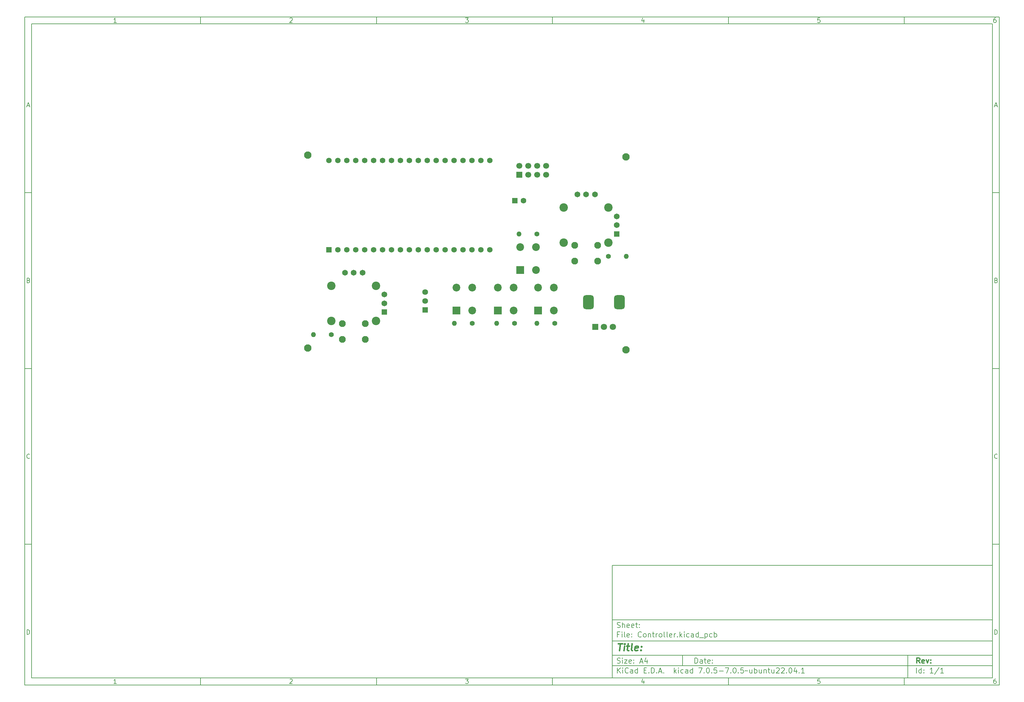
<source format=gbr>
%TF.GenerationSoftware,KiCad,Pcbnew,7.0.5-7.0.5~ubuntu22.04.1*%
%TF.CreationDate,2023-06-29T11:19:58+05:30*%
%TF.ProjectId,Controller,436f6e74-726f-46c6-9c65-722e6b696361,rev?*%
%TF.SameCoordinates,Original*%
%TF.FileFunction,Soldermask,Bot*%
%TF.FilePolarity,Negative*%
%FSLAX46Y46*%
G04 Gerber Fmt 4.6, Leading zero omitted, Abs format (unit mm)*
G04 Created by KiCad (PCBNEW 7.0.5-7.0.5~ubuntu22.04.1) date 2023-06-29 11:19:58*
%MOMM*%
%LPD*%
G01*
G04 APERTURE LIST*
G04 Aperture macros list*
%AMRoundRect*
0 Rectangle with rounded corners*
0 $1 Rounding radius*
0 $2 $3 $4 $5 $6 $7 $8 $9 X,Y pos of 4 corners*
0 Add a 4 corners polygon primitive as box body*
4,1,4,$2,$3,$4,$5,$6,$7,$8,$9,$2,$3,0*
0 Add four circle primitives for the rounded corners*
1,1,$1+$1,$2,$3*
1,1,$1+$1,$4,$5*
1,1,$1+$1,$6,$7*
1,1,$1+$1,$8,$9*
0 Add four rect primitives between the rounded corners*
20,1,$1+$1,$2,$3,$4,$5,0*
20,1,$1+$1,$4,$5,$6,$7,0*
20,1,$1+$1,$6,$7,$8,$9,0*
20,1,$1+$1,$8,$9,$2,$3,0*%
G04 Aperture macros list end*
%ADD10C,0.100000*%
%ADD11C,0.150000*%
%ADD12C,0.300000*%
%ADD13C,0.400000*%
%ADD14R,1.700000X1.700000*%
%ADD15C,1.700000*%
%ADD16C,2.100000*%
%ADD17R,2.200000X2.200000*%
%ADD18C,2.200000*%
%ADD19R,1.560000X1.560000*%
%ADD20C,1.560000*%
%ADD21C,1.950000*%
%ADD22C,2.400000*%
%ADD23R,1.650000X1.650000*%
%ADD24C,1.650000*%
%ADD25C,1.400000*%
%ADD26O,1.400000X1.400000*%
%ADD27R,1.800000X1.800000*%
%ADD28C,1.800000*%
%ADD29RoundRect,0.750000X0.750000X-1.250000X0.750000X1.250000X-0.750000X1.250000X-0.750000X-1.250000X0*%
%ADD30R,1.600000X1.600000*%
%ADD31C,1.600000*%
%ADD32R,1.635000X1.635000*%
%ADD33C,1.635000*%
G04 APERTURE END LIST*
D10*
D11*
X177002200Y-166007200D02*
X285002200Y-166007200D01*
X285002200Y-198007200D01*
X177002200Y-198007200D01*
X177002200Y-166007200D01*
D10*
D11*
X10000000Y-10000000D02*
X287002200Y-10000000D01*
X287002200Y-200007200D01*
X10000000Y-200007200D01*
X10000000Y-10000000D01*
D10*
D11*
X12000000Y-12000000D02*
X285002200Y-12000000D01*
X285002200Y-198007200D01*
X12000000Y-198007200D01*
X12000000Y-12000000D01*
D10*
D11*
X60000000Y-12000000D02*
X60000000Y-10000000D01*
D10*
D11*
X110000000Y-12000000D02*
X110000000Y-10000000D01*
D10*
D11*
X160000000Y-12000000D02*
X160000000Y-10000000D01*
D10*
D11*
X210000000Y-12000000D02*
X210000000Y-10000000D01*
D10*
D11*
X260000000Y-12000000D02*
X260000000Y-10000000D01*
D10*
D11*
X36089160Y-11593604D02*
X35346303Y-11593604D01*
X35717731Y-11593604D02*
X35717731Y-10293604D01*
X35717731Y-10293604D02*
X35593922Y-10479319D01*
X35593922Y-10479319D02*
X35470112Y-10603128D01*
X35470112Y-10603128D02*
X35346303Y-10665033D01*
D10*
D11*
X85346303Y-10417414D02*
X85408207Y-10355509D01*
X85408207Y-10355509D02*
X85532017Y-10293604D01*
X85532017Y-10293604D02*
X85841541Y-10293604D01*
X85841541Y-10293604D02*
X85965350Y-10355509D01*
X85965350Y-10355509D02*
X86027255Y-10417414D01*
X86027255Y-10417414D02*
X86089160Y-10541223D01*
X86089160Y-10541223D02*
X86089160Y-10665033D01*
X86089160Y-10665033D02*
X86027255Y-10850747D01*
X86027255Y-10850747D02*
X85284398Y-11593604D01*
X85284398Y-11593604D02*
X86089160Y-11593604D01*
D10*
D11*
X135284398Y-10293604D02*
X136089160Y-10293604D01*
X136089160Y-10293604D02*
X135655826Y-10788842D01*
X135655826Y-10788842D02*
X135841541Y-10788842D01*
X135841541Y-10788842D02*
X135965350Y-10850747D01*
X135965350Y-10850747D02*
X136027255Y-10912652D01*
X136027255Y-10912652D02*
X136089160Y-11036461D01*
X136089160Y-11036461D02*
X136089160Y-11345985D01*
X136089160Y-11345985D02*
X136027255Y-11469795D01*
X136027255Y-11469795D02*
X135965350Y-11531700D01*
X135965350Y-11531700D02*
X135841541Y-11593604D01*
X135841541Y-11593604D02*
X135470112Y-11593604D01*
X135470112Y-11593604D02*
X135346303Y-11531700D01*
X135346303Y-11531700D02*
X135284398Y-11469795D01*
D10*
D11*
X185965350Y-10726938D02*
X185965350Y-11593604D01*
X185655826Y-10231700D02*
X185346303Y-11160271D01*
X185346303Y-11160271D02*
X186151064Y-11160271D01*
D10*
D11*
X236027255Y-10293604D02*
X235408207Y-10293604D01*
X235408207Y-10293604D02*
X235346303Y-10912652D01*
X235346303Y-10912652D02*
X235408207Y-10850747D01*
X235408207Y-10850747D02*
X235532017Y-10788842D01*
X235532017Y-10788842D02*
X235841541Y-10788842D01*
X235841541Y-10788842D02*
X235965350Y-10850747D01*
X235965350Y-10850747D02*
X236027255Y-10912652D01*
X236027255Y-10912652D02*
X236089160Y-11036461D01*
X236089160Y-11036461D02*
X236089160Y-11345985D01*
X236089160Y-11345985D02*
X236027255Y-11469795D01*
X236027255Y-11469795D02*
X235965350Y-11531700D01*
X235965350Y-11531700D02*
X235841541Y-11593604D01*
X235841541Y-11593604D02*
X235532017Y-11593604D01*
X235532017Y-11593604D02*
X235408207Y-11531700D01*
X235408207Y-11531700D02*
X235346303Y-11469795D01*
D10*
D11*
X285965350Y-10293604D02*
X285717731Y-10293604D01*
X285717731Y-10293604D02*
X285593922Y-10355509D01*
X285593922Y-10355509D02*
X285532017Y-10417414D01*
X285532017Y-10417414D02*
X285408207Y-10603128D01*
X285408207Y-10603128D02*
X285346303Y-10850747D01*
X285346303Y-10850747D02*
X285346303Y-11345985D01*
X285346303Y-11345985D02*
X285408207Y-11469795D01*
X285408207Y-11469795D02*
X285470112Y-11531700D01*
X285470112Y-11531700D02*
X285593922Y-11593604D01*
X285593922Y-11593604D02*
X285841541Y-11593604D01*
X285841541Y-11593604D02*
X285965350Y-11531700D01*
X285965350Y-11531700D02*
X286027255Y-11469795D01*
X286027255Y-11469795D02*
X286089160Y-11345985D01*
X286089160Y-11345985D02*
X286089160Y-11036461D01*
X286089160Y-11036461D02*
X286027255Y-10912652D01*
X286027255Y-10912652D02*
X285965350Y-10850747D01*
X285965350Y-10850747D02*
X285841541Y-10788842D01*
X285841541Y-10788842D02*
X285593922Y-10788842D01*
X285593922Y-10788842D02*
X285470112Y-10850747D01*
X285470112Y-10850747D02*
X285408207Y-10912652D01*
X285408207Y-10912652D02*
X285346303Y-11036461D01*
D10*
D11*
X60000000Y-198007200D02*
X60000000Y-200007200D01*
D10*
D11*
X110000000Y-198007200D02*
X110000000Y-200007200D01*
D10*
D11*
X160000000Y-198007200D02*
X160000000Y-200007200D01*
D10*
D11*
X210000000Y-198007200D02*
X210000000Y-200007200D01*
D10*
D11*
X260000000Y-198007200D02*
X260000000Y-200007200D01*
D10*
D11*
X36089160Y-199600804D02*
X35346303Y-199600804D01*
X35717731Y-199600804D02*
X35717731Y-198300804D01*
X35717731Y-198300804D02*
X35593922Y-198486519D01*
X35593922Y-198486519D02*
X35470112Y-198610328D01*
X35470112Y-198610328D02*
X35346303Y-198672233D01*
D10*
D11*
X85346303Y-198424614D02*
X85408207Y-198362709D01*
X85408207Y-198362709D02*
X85532017Y-198300804D01*
X85532017Y-198300804D02*
X85841541Y-198300804D01*
X85841541Y-198300804D02*
X85965350Y-198362709D01*
X85965350Y-198362709D02*
X86027255Y-198424614D01*
X86027255Y-198424614D02*
X86089160Y-198548423D01*
X86089160Y-198548423D02*
X86089160Y-198672233D01*
X86089160Y-198672233D02*
X86027255Y-198857947D01*
X86027255Y-198857947D02*
X85284398Y-199600804D01*
X85284398Y-199600804D02*
X86089160Y-199600804D01*
D10*
D11*
X135284398Y-198300804D02*
X136089160Y-198300804D01*
X136089160Y-198300804D02*
X135655826Y-198796042D01*
X135655826Y-198796042D02*
X135841541Y-198796042D01*
X135841541Y-198796042D02*
X135965350Y-198857947D01*
X135965350Y-198857947D02*
X136027255Y-198919852D01*
X136027255Y-198919852D02*
X136089160Y-199043661D01*
X136089160Y-199043661D02*
X136089160Y-199353185D01*
X136089160Y-199353185D02*
X136027255Y-199476995D01*
X136027255Y-199476995D02*
X135965350Y-199538900D01*
X135965350Y-199538900D02*
X135841541Y-199600804D01*
X135841541Y-199600804D02*
X135470112Y-199600804D01*
X135470112Y-199600804D02*
X135346303Y-199538900D01*
X135346303Y-199538900D02*
X135284398Y-199476995D01*
D10*
D11*
X185965350Y-198734138D02*
X185965350Y-199600804D01*
X185655826Y-198238900D02*
X185346303Y-199167471D01*
X185346303Y-199167471D02*
X186151064Y-199167471D01*
D10*
D11*
X236027255Y-198300804D02*
X235408207Y-198300804D01*
X235408207Y-198300804D02*
X235346303Y-198919852D01*
X235346303Y-198919852D02*
X235408207Y-198857947D01*
X235408207Y-198857947D02*
X235532017Y-198796042D01*
X235532017Y-198796042D02*
X235841541Y-198796042D01*
X235841541Y-198796042D02*
X235965350Y-198857947D01*
X235965350Y-198857947D02*
X236027255Y-198919852D01*
X236027255Y-198919852D02*
X236089160Y-199043661D01*
X236089160Y-199043661D02*
X236089160Y-199353185D01*
X236089160Y-199353185D02*
X236027255Y-199476995D01*
X236027255Y-199476995D02*
X235965350Y-199538900D01*
X235965350Y-199538900D02*
X235841541Y-199600804D01*
X235841541Y-199600804D02*
X235532017Y-199600804D01*
X235532017Y-199600804D02*
X235408207Y-199538900D01*
X235408207Y-199538900D02*
X235346303Y-199476995D01*
D10*
D11*
X285965350Y-198300804D02*
X285717731Y-198300804D01*
X285717731Y-198300804D02*
X285593922Y-198362709D01*
X285593922Y-198362709D02*
X285532017Y-198424614D01*
X285532017Y-198424614D02*
X285408207Y-198610328D01*
X285408207Y-198610328D02*
X285346303Y-198857947D01*
X285346303Y-198857947D02*
X285346303Y-199353185D01*
X285346303Y-199353185D02*
X285408207Y-199476995D01*
X285408207Y-199476995D02*
X285470112Y-199538900D01*
X285470112Y-199538900D02*
X285593922Y-199600804D01*
X285593922Y-199600804D02*
X285841541Y-199600804D01*
X285841541Y-199600804D02*
X285965350Y-199538900D01*
X285965350Y-199538900D02*
X286027255Y-199476995D01*
X286027255Y-199476995D02*
X286089160Y-199353185D01*
X286089160Y-199353185D02*
X286089160Y-199043661D01*
X286089160Y-199043661D02*
X286027255Y-198919852D01*
X286027255Y-198919852D02*
X285965350Y-198857947D01*
X285965350Y-198857947D02*
X285841541Y-198796042D01*
X285841541Y-198796042D02*
X285593922Y-198796042D01*
X285593922Y-198796042D02*
X285470112Y-198857947D01*
X285470112Y-198857947D02*
X285408207Y-198919852D01*
X285408207Y-198919852D02*
X285346303Y-199043661D01*
D10*
D11*
X10000000Y-60000000D02*
X12000000Y-60000000D01*
D10*
D11*
X10000000Y-110000000D02*
X12000000Y-110000000D01*
D10*
D11*
X10000000Y-160000000D02*
X12000000Y-160000000D01*
D10*
D11*
X10690476Y-35222176D02*
X11309523Y-35222176D01*
X10566666Y-35593604D02*
X10999999Y-34293604D01*
X10999999Y-34293604D02*
X11433333Y-35593604D01*
D10*
D11*
X11092857Y-84912652D02*
X11278571Y-84974557D01*
X11278571Y-84974557D02*
X11340476Y-85036461D01*
X11340476Y-85036461D02*
X11402380Y-85160271D01*
X11402380Y-85160271D02*
X11402380Y-85345985D01*
X11402380Y-85345985D02*
X11340476Y-85469795D01*
X11340476Y-85469795D02*
X11278571Y-85531700D01*
X11278571Y-85531700D02*
X11154761Y-85593604D01*
X11154761Y-85593604D02*
X10659523Y-85593604D01*
X10659523Y-85593604D02*
X10659523Y-84293604D01*
X10659523Y-84293604D02*
X11092857Y-84293604D01*
X11092857Y-84293604D02*
X11216666Y-84355509D01*
X11216666Y-84355509D02*
X11278571Y-84417414D01*
X11278571Y-84417414D02*
X11340476Y-84541223D01*
X11340476Y-84541223D02*
X11340476Y-84665033D01*
X11340476Y-84665033D02*
X11278571Y-84788842D01*
X11278571Y-84788842D02*
X11216666Y-84850747D01*
X11216666Y-84850747D02*
X11092857Y-84912652D01*
X11092857Y-84912652D02*
X10659523Y-84912652D01*
D10*
D11*
X11402380Y-135469795D02*
X11340476Y-135531700D01*
X11340476Y-135531700D02*
X11154761Y-135593604D01*
X11154761Y-135593604D02*
X11030952Y-135593604D01*
X11030952Y-135593604D02*
X10845238Y-135531700D01*
X10845238Y-135531700D02*
X10721428Y-135407890D01*
X10721428Y-135407890D02*
X10659523Y-135284080D01*
X10659523Y-135284080D02*
X10597619Y-135036461D01*
X10597619Y-135036461D02*
X10597619Y-134850747D01*
X10597619Y-134850747D02*
X10659523Y-134603128D01*
X10659523Y-134603128D02*
X10721428Y-134479319D01*
X10721428Y-134479319D02*
X10845238Y-134355509D01*
X10845238Y-134355509D02*
X11030952Y-134293604D01*
X11030952Y-134293604D02*
X11154761Y-134293604D01*
X11154761Y-134293604D02*
X11340476Y-134355509D01*
X11340476Y-134355509D02*
X11402380Y-134417414D01*
D10*
D11*
X10659523Y-185593604D02*
X10659523Y-184293604D01*
X10659523Y-184293604D02*
X10969047Y-184293604D01*
X10969047Y-184293604D02*
X11154761Y-184355509D01*
X11154761Y-184355509D02*
X11278571Y-184479319D01*
X11278571Y-184479319D02*
X11340476Y-184603128D01*
X11340476Y-184603128D02*
X11402380Y-184850747D01*
X11402380Y-184850747D02*
X11402380Y-185036461D01*
X11402380Y-185036461D02*
X11340476Y-185284080D01*
X11340476Y-185284080D02*
X11278571Y-185407890D01*
X11278571Y-185407890D02*
X11154761Y-185531700D01*
X11154761Y-185531700D02*
X10969047Y-185593604D01*
X10969047Y-185593604D02*
X10659523Y-185593604D01*
D10*
D11*
X287002200Y-60000000D02*
X285002200Y-60000000D01*
D10*
D11*
X287002200Y-110000000D02*
X285002200Y-110000000D01*
D10*
D11*
X287002200Y-160000000D02*
X285002200Y-160000000D01*
D10*
D11*
X285692676Y-35222176D02*
X286311723Y-35222176D01*
X285568866Y-35593604D02*
X286002199Y-34293604D01*
X286002199Y-34293604D02*
X286435533Y-35593604D01*
D10*
D11*
X286095057Y-84912652D02*
X286280771Y-84974557D01*
X286280771Y-84974557D02*
X286342676Y-85036461D01*
X286342676Y-85036461D02*
X286404580Y-85160271D01*
X286404580Y-85160271D02*
X286404580Y-85345985D01*
X286404580Y-85345985D02*
X286342676Y-85469795D01*
X286342676Y-85469795D02*
X286280771Y-85531700D01*
X286280771Y-85531700D02*
X286156961Y-85593604D01*
X286156961Y-85593604D02*
X285661723Y-85593604D01*
X285661723Y-85593604D02*
X285661723Y-84293604D01*
X285661723Y-84293604D02*
X286095057Y-84293604D01*
X286095057Y-84293604D02*
X286218866Y-84355509D01*
X286218866Y-84355509D02*
X286280771Y-84417414D01*
X286280771Y-84417414D02*
X286342676Y-84541223D01*
X286342676Y-84541223D02*
X286342676Y-84665033D01*
X286342676Y-84665033D02*
X286280771Y-84788842D01*
X286280771Y-84788842D02*
X286218866Y-84850747D01*
X286218866Y-84850747D02*
X286095057Y-84912652D01*
X286095057Y-84912652D02*
X285661723Y-84912652D01*
D10*
D11*
X286404580Y-135469795D02*
X286342676Y-135531700D01*
X286342676Y-135531700D02*
X286156961Y-135593604D01*
X286156961Y-135593604D02*
X286033152Y-135593604D01*
X286033152Y-135593604D02*
X285847438Y-135531700D01*
X285847438Y-135531700D02*
X285723628Y-135407890D01*
X285723628Y-135407890D02*
X285661723Y-135284080D01*
X285661723Y-135284080D02*
X285599819Y-135036461D01*
X285599819Y-135036461D02*
X285599819Y-134850747D01*
X285599819Y-134850747D02*
X285661723Y-134603128D01*
X285661723Y-134603128D02*
X285723628Y-134479319D01*
X285723628Y-134479319D02*
X285847438Y-134355509D01*
X285847438Y-134355509D02*
X286033152Y-134293604D01*
X286033152Y-134293604D02*
X286156961Y-134293604D01*
X286156961Y-134293604D02*
X286342676Y-134355509D01*
X286342676Y-134355509D02*
X286404580Y-134417414D01*
D10*
D11*
X285661723Y-185593604D02*
X285661723Y-184293604D01*
X285661723Y-184293604D02*
X285971247Y-184293604D01*
X285971247Y-184293604D02*
X286156961Y-184355509D01*
X286156961Y-184355509D02*
X286280771Y-184479319D01*
X286280771Y-184479319D02*
X286342676Y-184603128D01*
X286342676Y-184603128D02*
X286404580Y-184850747D01*
X286404580Y-184850747D02*
X286404580Y-185036461D01*
X286404580Y-185036461D02*
X286342676Y-185284080D01*
X286342676Y-185284080D02*
X286280771Y-185407890D01*
X286280771Y-185407890D02*
X286156961Y-185531700D01*
X286156961Y-185531700D02*
X285971247Y-185593604D01*
X285971247Y-185593604D02*
X285661723Y-185593604D01*
D10*
D11*
X200458026Y-193793328D02*
X200458026Y-192293328D01*
X200458026Y-192293328D02*
X200815169Y-192293328D01*
X200815169Y-192293328D02*
X201029455Y-192364757D01*
X201029455Y-192364757D02*
X201172312Y-192507614D01*
X201172312Y-192507614D02*
X201243741Y-192650471D01*
X201243741Y-192650471D02*
X201315169Y-192936185D01*
X201315169Y-192936185D02*
X201315169Y-193150471D01*
X201315169Y-193150471D02*
X201243741Y-193436185D01*
X201243741Y-193436185D02*
X201172312Y-193579042D01*
X201172312Y-193579042D02*
X201029455Y-193721900D01*
X201029455Y-193721900D02*
X200815169Y-193793328D01*
X200815169Y-193793328D02*
X200458026Y-193793328D01*
X202600884Y-193793328D02*
X202600884Y-193007614D01*
X202600884Y-193007614D02*
X202529455Y-192864757D01*
X202529455Y-192864757D02*
X202386598Y-192793328D01*
X202386598Y-192793328D02*
X202100884Y-192793328D01*
X202100884Y-192793328D02*
X201958026Y-192864757D01*
X202600884Y-193721900D02*
X202458026Y-193793328D01*
X202458026Y-193793328D02*
X202100884Y-193793328D01*
X202100884Y-193793328D02*
X201958026Y-193721900D01*
X201958026Y-193721900D02*
X201886598Y-193579042D01*
X201886598Y-193579042D02*
X201886598Y-193436185D01*
X201886598Y-193436185D02*
X201958026Y-193293328D01*
X201958026Y-193293328D02*
X202100884Y-193221900D01*
X202100884Y-193221900D02*
X202458026Y-193221900D01*
X202458026Y-193221900D02*
X202600884Y-193150471D01*
X203100884Y-192793328D02*
X203672312Y-192793328D01*
X203315169Y-192293328D02*
X203315169Y-193579042D01*
X203315169Y-193579042D02*
X203386598Y-193721900D01*
X203386598Y-193721900D02*
X203529455Y-193793328D01*
X203529455Y-193793328D02*
X203672312Y-193793328D01*
X204743741Y-193721900D02*
X204600884Y-193793328D01*
X204600884Y-193793328D02*
X204315170Y-193793328D01*
X204315170Y-193793328D02*
X204172312Y-193721900D01*
X204172312Y-193721900D02*
X204100884Y-193579042D01*
X204100884Y-193579042D02*
X204100884Y-193007614D01*
X204100884Y-193007614D02*
X204172312Y-192864757D01*
X204172312Y-192864757D02*
X204315170Y-192793328D01*
X204315170Y-192793328D02*
X204600884Y-192793328D01*
X204600884Y-192793328D02*
X204743741Y-192864757D01*
X204743741Y-192864757D02*
X204815170Y-193007614D01*
X204815170Y-193007614D02*
X204815170Y-193150471D01*
X204815170Y-193150471D02*
X204100884Y-193293328D01*
X205458026Y-193650471D02*
X205529455Y-193721900D01*
X205529455Y-193721900D02*
X205458026Y-193793328D01*
X205458026Y-193793328D02*
X205386598Y-193721900D01*
X205386598Y-193721900D02*
X205458026Y-193650471D01*
X205458026Y-193650471D02*
X205458026Y-193793328D01*
X205458026Y-192864757D02*
X205529455Y-192936185D01*
X205529455Y-192936185D02*
X205458026Y-193007614D01*
X205458026Y-193007614D02*
X205386598Y-192936185D01*
X205386598Y-192936185D02*
X205458026Y-192864757D01*
X205458026Y-192864757D02*
X205458026Y-193007614D01*
D10*
D11*
X177002200Y-194507200D02*
X285002200Y-194507200D01*
D10*
D11*
X178458026Y-196593328D02*
X178458026Y-195093328D01*
X179315169Y-196593328D02*
X178672312Y-195736185D01*
X179315169Y-195093328D02*
X178458026Y-195950471D01*
X179958026Y-196593328D02*
X179958026Y-195593328D01*
X179958026Y-195093328D02*
X179886598Y-195164757D01*
X179886598Y-195164757D02*
X179958026Y-195236185D01*
X179958026Y-195236185D02*
X180029455Y-195164757D01*
X180029455Y-195164757D02*
X179958026Y-195093328D01*
X179958026Y-195093328D02*
X179958026Y-195236185D01*
X181529455Y-196450471D02*
X181458027Y-196521900D01*
X181458027Y-196521900D02*
X181243741Y-196593328D01*
X181243741Y-196593328D02*
X181100884Y-196593328D01*
X181100884Y-196593328D02*
X180886598Y-196521900D01*
X180886598Y-196521900D02*
X180743741Y-196379042D01*
X180743741Y-196379042D02*
X180672312Y-196236185D01*
X180672312Y-196236185D02*
X180600884Y-195950471D01*
X180600884Y-195950471D02*
X180600884Y-195736185D01*
X180600884Y-195736185D02*
X180672312Y-195450471D01*
X180672312Y-195450471D02*
X180743741Y-195307614D01*
X180743741Y-195307614D02*
X180886598Y-195164757D01*
X180886598Y-195164757D02*
X181100884Y-195093328D01*
X181100884Y-195093328D02*
X181243741Y-195093328D01*
X181243741Y-195093328D02*
X181458027Y-195164757D01*
X181458027Y-195164757D02*
X181529455Y-195236185D01*
X182815170Y-196593328D02*
X182815170Y-195807614D01*
X182815170Y-195807614D02*
X182743741Y-195664757D01*
X182743741Y-195664757D02*
X182600884Y-195593328D01*
X182600884Y-195593328D02*
X182315170Y-195593328D01*
X182315170Y-195593328D02*
X182172312Y-195664757D01*
X182815170Y-196521900D02*
X182672312Y-196593328D01*
X182672312Y-196593328D02*
X182315170Y-196593328D01*
X182315170Y-196593328D02*
X182172312Y-196521900D01*
X182172312Y-196521900D02*
X182100884Y-196379042D01*
X182100884Y-196379042D02*
X182100884Y-196236185D01*
X182100884Y-196236185D02*
X182172312Y-196093328D01*
X182172312Y-196093328D02*
X182315170Y-196021900D01*
X182315170Y-196021900D02*
X182672312Y-196021900D01*
X182672312Y-196021900D02*
X182815170Y-195950471D01*
X184172313Y-196593328D02*
X184172313Y-195093328D01*
X184172313Y-196521900D02*
X184029455Y-196593328D01*
X184029455Y-196593328D02*
X183743741Y-196593328D01*
X183743741Y-196593328D02*
X183600884Y-196521900D01*
X183600884Y-196521900D02*
X183529455Y-196450471D01*
X183529455Y-196450471D02*
X183458027Y-196307614D01*
X183458027Y-196307614D02*
X183458027Y-195879042D01*
X183458027Y-195879042D02*
X183529455Y-195736185D01*
X183529455Y-195736185D02*
X183600884Y-195664757D01*
X183600884Y-195664757D02*
X183743741Y-195593328D01*
X183743741Y-195593328D02*
X184029455Y-195593328D01*
X184029455Y-195593328D02*
X184172313Y-195664757D01*
X186029455Y-195807614D02*
X186529455Y-195807614D01*
X186743741Y-196593328D02*
X186029455Y-196593328D01*
X186029455Y-196593328D02*
X186029455Y-195093328D01*
X186029455Y-195093328D02*
X186743741Y-195093328D01*
X187386598Y-196450471D02*
X187458027Y-196521900D01*
X187458027Y-196521900D02*
X187386598Y-196593328D01*
X187386598Y-196593328D02*
X187315170Y-196521900D01*
X187315170Y-196521900D02*
X187386598Y-196450471D01*
X187386598Y-196450471D02*
X187386598Y-196593328D01*
X188100884Y-196593328D02*
X188100884Y-195093328D01*
X188100884Y-195093328D02*
X188458027Y-195093328D01*
X188458027Y-195093328D02*
X188672313Y-195164757D01*
X188672313Y-195164757D02*
X188815170Y-195307614D01*
X188815170Y-195307614D02*
X188886599Y-195450471D01*
X188886599Y-195450471D02*
X188958027Y-195736185D01*
X188958027Y-195736185D02*
X188958027Y-195950471D01*
X188958027Y-195950471D02*
X188886599Y-196236185D01*
X188886599Y-196236185D02*
X188815170Y-196379042D01*
X188815170Y-196379042D02*
X188672313Y-196521900D01*
X188672313Y-196521900D02*
X188458027Y-196593328D01*
X188458027Y-196593328D02*
X188100884Y-196593328D01*
X189600884Y-196450471D02*
X189672313Y-196521900D01*
X189672313Y-196521900D02*
X189600884Y-196593328D01*
X189600884Y-196593328D02*
X189529456Y-196521900D01*
X189529456Y-196521900D02*
X189600884Y-196450471D01*
X189600884Y-196450471D02*
X189600884Y-196593328D01*
X190243742Y-196164757D02*
X190958028Y-196164757D01*
X190100885Y-196593328D02*
X190600885Y-195093328D01*
X190600885Y-195093328D02*
X191100885Y-196593328D01*
X191600884Y-196450471D02*
X191672313Y-196521900D01*
X191672313Y-196521900D02*
X191600884Y-196593328D01*
X191600884Y-196593328D02*
X191529456Y-196521900D01*
X191529456Y-196521900D02*
X191600884Y-196450471D01*
X191600884Y-196450471D02*
X191600884Y-196593328D01*
X194600884Y-196593328D02*
X194600884Y-195093328D01*
X194743742Y-196021900D02*
X195172313Y-196593328D01*
X195172313Y-195593328D02*
X194600884Y-196164757D01*
X195815170Y-196593328D02*
X195815170Y-195593328D01*
X195815170Y-195093328D02*
X195743742Y-195164757D01*
X195743742Y-195164757D02*
X195815170Y-195236185D01*
X195815170Y-195236185D02*
X195886599Y-195164757D01*
X195886599Y-195164757D02*
X195815170Y-195093328D01*
X195815170Y-195093328D02*
X195815170Y-195236185D01*
X197172314Y-196521900D02*
X197029456Y-196593328D01*
X197029456Y-196593328D02*
X196743742Y-196593328D01*
X196743742Y-196593328D02*
X196600885Y-196521900D01*
X196600885Y-196521900D02*
X196529456Y-196450471D01*
X196529456Y-196450471D02*
X196458028Y-196307614D01*
X196458028Y-196307614D02*
X196458028Y-195879042D01*
X196458028Y-195879042D02*
X196529456Y-195736185D01*
X196529456Y-195736185D02*
X196600885Y-195664757D01*
X196600885Y-195664757D02*
X196743742Y-195593328D01*
X196743742Y-195593328D02*
X197029456Y-195593328D01*
X197029456Y-195593328D02*
X197172314Y-195664757D01*
X198458028Y-196593328D02*
X198458028Y-195807614D01*
X198458028Y-195807614D02*
X198386599Y-195664757D01*
X198386599Y-195664757D02*
X198243742Y-195593328D01*
X198243742Y-195593328D02*
X197958028Y-195593328D01*
X197958028Y-195593328D02*
X197815170Y-195664757D01*
X198458028Y-196521900D02*
X198315170Y-196593328D01*
X198315170Y-196593328D02*
X197958028Y-196593328D01*
X197958028Y-196593328D02*
X197815170Y-196521900D01*
X197815170Y-196521900D02*
X197743742Y-196379042D01*
X197743742Y-196379042D02*
X197743742Y-196236185D01*
X197743742Y-196236185D02*
X197815170Y-196093328D01*
X197815170Y-196093328D02*
X197958028Y-196021900D01*
X197958028Y-196021900D02*
X198315170Y-196021900D01*
X198315170Y-196021900D02*
X198458028Y-195950471D01*
X199815171Y-196593328D02*
X199815171Y-195093328D01*
X199815171Y-196521900D02*
X199672313Y-196593328D01*
X199672313Y-196593328D02*
X199386599Y-196593328D01*
X199386599Y-196593328D02*
X199243742Y-196521900D01*
X199243742Y-196521900D02*
X199172313Y-196450471D01*
X199172313Y-196450471D02*
X199100885Y-196307614D01*
X199100885Y-196307614D02*
X199100885Y-195879042D01*
X199100885Y-195879042D02*
X199172313Y-195736185D01*
X199172313Y-195736185D02*
X199243742Y-195664757D01*
X199243742Y-195664757D02*
X199386599Y-195593328D01*
X199386599Y-195593328D02*
X199672313Y-195593328D01*
X199672313Y-195593328D02*
X199815171Y-195664757D01*
X201529456Y-195093328D02*
X202529456Y-195093328D01*
X202529456Y-195093328D02*
X201886599Y-196593328D01*
X203100884Y-196450471D02*
X203172313Y-196521900D01*
X203172313Y-196521900D02*
X203100884Y-196593328D01*
X203100884Y-196593328D02*
X203029456Y-196521900D01*
X203029456Y-196521900D02*
X203100884Y-196450471D01*
X203100884Y-196450471D02*
X203100884Y-196593328D01*
X204100885Y-195093328D02*
X204243742Y-195093328D01*
X204243742Y-195093328D02*
X204386599Y-195164757D01*
X204386599Y-195164757D02*
X204458028Y-195236185D01*
X204458028Y-195236185D02*
X204529456Y-195379042D01*
X204529456Y-195379042D02*
X204600885Y-195664757D01*
X204600885Y-195664757D02*
X204600885Y-196021900D01*
X204600885Y-196021900D02*
X204529456Y-196307614D01*
X204529456Y-196307614D02*
X204458028Y-196450471D01*
X204458028Y-196450471D02*
X204386599Y-196521900D01*
X204386599Y-196521900D02*
X204243742Y-196593328D01*
X204243742Y-196593328D02*
X204100885Y-196593328D01*
X204100885Y-196593328D02*
X203958028Y-196521900D01*
X203958028Y-196521900D02*
X203886599Y-196450471D01*
X203886599Y-196450471D02*
X203815170Y-196307614D01*
X203815170Y-196307614D02*
X203743742Y-196021900D01*
X203743742Y-196021900D02*
X203743742Y-195664757D01*
X203743742Y-195664757D02*
X203815170Y-195379042D01*
X203815170Y-195379042D02*
X203886599Y-195236185D01*
X203886599Y-195236185D02*
X203958028Y-195164757D01*
X203958028Y-195164757D02*
X204100885Y-195093328D01*
X205243741Y-196450471D02*
X205315170Y-196521900D01*
X205315170Y-196521900D02*
X205243741Y-196593328D01*
X205243741Y-196593328D02*
X205172313Y-196521900D01*
X205172313Y-196521900D02*
X205243741Y-196450471D01*
X205243741Y-196450471D02*
X205243741Y-196593328D01*
X206672313Y-195093328D02*
X205958027Y-195093328D01*
X205958027Y-195093328D02*
X205886599Y-195807614D01*
X205886599Y-195807614D02*
X205958027Y-195736185D01*
X205958027Y-195736185D02*
X206100885Y-195664757D01*
X206100885Y-195664757D02*
X206458027Y-195664757D01*
X206458027Y-195664757D02*
X206600885Y-195736185D01*
X206600885Y-195736185D02*
X206672313Y-195807614D01*
X206672313Y-195807614D02*
X206743742Y-195950471D01*
X206743742Y-195950471D02*
X206743742Y-196307614D01*
X206743742Y-196307614D02*
X206672313Y-196450471D01*
X206672313Y-196450471D02*
X206600885Y-196521900D01*
X206600885Y-196521900D02*
X206458027Y-196593328D01*
X206458027Y-196593328D02*
X206100885Y-196593328D01*
X206100885Y-196593328D02*
X205958027Y-196521900D01*
X205958027Y-196521900D02*
X205886599Y-196450471D01*
X207386598Y-196021900D02*
X208529456Y-196021900D01*
X209100884Y-195093328D02*
X210100884Y-195093328D01*
X210100884Y-195093328D02*
X209458027Y-196593328D01*
X210672312Y-196450471D02*
X210743741Y-196521900D01*
X210743741Y-196521900D02*
X210672312Y-196593328D01*
X210672312Y-196593328D02*
X210600884Y-196521900D01*
X210600884Y-196521900D02*
X210672312Y-196450471D01*
X210672312Y-196450471D02*
X210672312Y-196593328D01*
X211672313Y-195093328D02*
X211815170Y-195093328D01*
X211815170Y-195093328D02*
X211958027Y-195164757D01*
X211958027Y-195164757D02*
X212029456Y-195236185D01*
X212029456Y-195236185D02*
X212100884Y-195379042D01*
X212100884Y-195379042D02*
X212172313Y-195664757D01*
X212172313Y-195664757D02*
X212172313Y-196021900D01*
X212172313Y-196021900D02*
X212100884Y-196307614D01*
X212100884Y-196307614D02*
X212029456Y-196450471D01*
X212029456Y-196450471D02*
X211958027Y-196521900D01*
X211958027Y-196521900D02*
X211815170Y-196593328D01*
X211815170Y-196593328D02*
X211672313Y-196593328D01*
X211672313Y-196593328D02*
X211529456Y-196521900D01*
X211529456Y-196521900D02*
X211458027Y-196450471D01*
X211458027Y-196450471D02*
X211386598Y-196307614D01*
X211386598Y-196307614D02*
X211315170Y-196021900D01*
X211315170Y-196021900D02*
X211315170Y-195664757D01*
X211315170Y-195664757D02*
X211386598Y-195379042D01*
X211386598Y-195379042D02*
X211458027Y-195236185D01*
X211458027Y-195236185D02*
X211529456Y-195164757D01*
X211529456Y-195164757D02*
X211672313Y-195093328D01*
X212815169Y-196450471D02*
X212886598Y-196521900D01*
X212886598Y-196521900D02*
X212815169Y-196593328D01*
X212815169Y-196593328D02*
X212743741Y-196521900D01*
X212743741Y-196521900D02*
X212815169Y-196450471D01*
X212815169Y-196450471D02*
X212815169Y-196593328D01*
X214243741Y-195093328D02*
X213529455Y-195093328D01*
X213529455Y-195093328D02*
X213458027Y-195807614D01*
X213458027Y-195807614D02*
X213529455Y-195736185D01*
X213529455Y-195736185D02*
X213672313Y-195664757D01*
X213672313Y-195664757D02*
X214029455Y-195664757D01*
X214029455Y-195664757D02*
X214172313Y-195736185D01*
X214172313Y-195736185D02*
X214243741Y-195807614D01*
X214243741Y-195807614D02*
X214315170Y-195950471D01*
X214315170Y-195950471D02*
X214315170Y-196307614D01*
X214315170Y-196307614D02*
X214243741Y-196450471D01*
X214243741Y-196450471D02*
X214172313Y-196521900D01*
X214172313Y-196521900D02*
X214029455Y-196593328D01*
X214029455Y-196593328D02*
X213672313Y-196593328D01*
X213672313Y-196593328D02*
X213529455Y-196521900D01*
X213529455Y-196521900D02*
X213458027Y-196450471D01*
X214743741Y-196021900D02*
X214815169Y-195950471D01*
X214815169Y-195950471D02*
X214958026Y-195879042D01*
X214958026Y-195879042D02*
X215243741Y-196021900D01*
X215243741Y-196021900D02*
X215386598Y-195950471D01*
X215386598Y-195950471D02*
X215458026Y-195879042D01*
X216672313Y-195593328D02*
X216672313Y-196593328D01*
X216029455Y-195593328D02*
X216029455Y-196379042D01*
X216029455Y-196379042D02*
X216100884Y-196521900D01*
X216100884Y-196521900D02*
X216243741Y-196593328D01*
X216243741Y-196593328D02*
X216458027Y-196593328D01*
X216458027Y-196593328D02*
X216600884Y-196521900D01*
X216600884Y-196521900D02*
X216672313Y-196450471D01*
X217386598Y-196593328D02*
X217386598Y-195093328D01*
X217386598Y-195664757D02*
X217529456Y-195593328D01*
X217529456Y-195593328D02*
X217815170Y-195593328D01*
X217815170Y-195593328D02*
X217958027Y-195664757D01*
X217958027Y-195664757D02*
X218029456Y-195736185D01*
X218029456Y-195736185D02*
X218100884Y-195879042D01*
X218100884Y-195879042D02*
X218100884Y-196307614D01*
X218100884Y-196307614D02*
X218029456Y-196450471D01*
X218029456Y-196450471D02*
X217958027Y-196521900D01*
X217958027Y-196521900D02*
X217815170Y-196593328D01*
X217815170Y-196593328D02*
X217529456Y-196593328D01*
X217529456Y-196593328D02*
X217386598Y-196521900D01*
X219386599Y-195593328D02*
X219386599Y-196593328D01*
X218743741Y-195593328D02*
X218743741Y-196379042D01*
X218743741Y-196379042D02*
X218815170Y-196521900D01*
X218815170Y-196521900D02*
X218958027Y-196593328D01*
X218958027Y-196593328D02*
X219172313Y-196593328D01*
X219172313Y-196593328D02*
X219315170Y-196521900D01*
X219315170Y-196521900D02*
X219386599Y-196450471D01*
X220100884Y-195593328D02*
X220100884Y-196593328D01*
X220100884Y-195736185D02*
X220172313Y-195664757D01*
X220172313Y-195664757D02*
X220315170Y-195593328D01*
X220315170Y-195593328D02*
X220529456Y-195593328D01*
X220529456Y-195593328D02*
X220672313Y-195664757D01*
X220672313Y-195664757D02*
X220743742Y-195807614D01*
X220743742Y-195807614D02*
X220743742Y-196593328D01*
X221243742Y-195593328D02*
X221815170Y-195593328D01*
X221458027Y-195093328D02*
X221458027Y-196379042D01*
X221458027Y-196379042D02*
X221529456Y-196521900D01*
X221529456Y-196521900D02*
X221672313Y-196593328D01*
X221672313Y-196593328D02*
X221815170Y-196593328D01*
X222958028Y-195593328D02*
X222958028Y-196593328D01*
X222315170Y-195593328D02*
X222315170Y-196379042D01*
X222315170Y-196379042D02*
X222386599Y-196521900D01*
X222386599Y-196521900D02*
X222529456Y-196593328D01*
X222529456Y-196593328D02*
X222743742Y-196593328D01*
X222743742Y-196593328D02*
X222886599Y-196521900D01*
X222886599Y-196521900D02*
X222958028Y-196450471D01*
X223600885Y-195236185D02*
X223672313Y-195164757D01*
X223672313Y-195164757D02*
X223815171Y-195093328D01*
X223815171Y-195093328D02*
X224172313Y-195093328D01*
X224172313Y-195093328D02*
X224315171Y-195164757D01*
X224315171Y-195164757D02*
X224386599Y-195236185D01*
X224386599Y-195236185D02*
X224458028Y-195379042D01*
X224458028Y-195379042D02*
X224458028Y-195521900D01*
X224458028Y-195521900D02*
X224386599Y-195736185D01*
X224386599Y-195736185D02*
X223529456Y-196593328D01*
X223529456Y-196593328D02*
X224458028Y-196593328D01*
X225029456Y-195236185D02*
X225100884Y-195164757D01*
X225100884Y-195164757D02*
X225243742Y-195093328D01*
X225243742Y-195093328D02*
X225600884Y-195093328D01*
X225600884Y-195093328D02*
X225743742Y-195164757D01*
X225743742Y-195164757D02*
X225815170Y-195236185D01*
X225815170Y-195236185D02*
X225886599Y-195379042D01*
X225886599Y-195379042D02*
X225886599Y-195521900D01*
X225886599Y-195521900D02*
X225815170Y-195736185D01*
X225815170Y-195736185D02*
X224958027Y-196593328D01*
X224958027Y-196593328D02*
X225886599Y-196593328D01*
X226529455Y-196450471D02*
X226600884Y-196521900D01*
X226600884Y-196521900D02*
X226529455Y-196593328D01*
X226529455Y-196593328D02*
X226458027Y-196521900D01*
X226458027Y-196521900D02*
X226529455Y-196450471D01*
X226529455Y-196450471D02*
X226529455Y-196593328D01*
X227529456Y-195093328D02*
X227672313Y-195093328D01*
X227672313Y-195093328D02*
X227815170Y-195164757D01*
X227815170Y-195164757D02*
X227886599Y-195236185D01*
X227886599Y-195236185D02*
X227958027Y-195379042D01*
X227958027Y-195379042D02*
X228029456Y-195664757D01*
X228029456Y-195664757D02*
X228029456Y-196021900D01*
X228029456Y-196021900D02*
X227958027Y-196307614D01*
X227958027Y-196307614D02*
X227886599Y-196450471D01*
X227886599Y-196450471D02*
X227815170Y-196521900D01*
X227815170Y-196521900D02*
X227672313Y-196593328D01*
X227672313Y-196593328D02*
X227529456Y-196593328D01*
X227529456Y-196593328D02*
X227386599Y-196521900D01*
X227386599Y-196521900D02*
X227315170Y-196450471D01*
X227315170Y-196450471D02*
X227243741Y-196307614D01*
X227243741Y-196307614D02*
X227172313Y-196021900D01*
X227172313Y-196021900D02*
X227172313Y-195664757D01*
X227172313Y-195664757D02*
X227243741Y-195379042D01*
X227243741Y-195379042D02*
X227315170Y-195236185D01*
X227315170Y-195236185D02*
X227386599Y-195164757D01*
X227386599Y-195164757D02*
X227529456Y-195093328D01*
X229315170Y-195593328D02*
X229315170Y-196593328D01*
X228958027Y-195021900D02*
X228600884Y-196093328D01*
X228600884Y-196093328D02*
X229529455Y-196093328D01*
X230100883Y-196450471D02*
X230172312Y-196521900D01*
X230172312Y-196521900D02*
X230100883Y-196593328D01*
X230100883Y-196593328D02*
X230029455Y-196521900D01*
X230029455Y-196521900D02*
X230100883Y-196450471D01*
X230100883Y-196450471D02*
X230100883Y-196593328D01*
X231600884Y-196593328D02*
X230743741Y-196593328D01*
X231172312Y-196593328D02*
X231172312Y-195093328D01*
X231172312Y-195093328D02*
X231029455Y-195307614D01*
X231029455Y-195307614D02*
X230886598Y-195450471D01*
X230886598Y-195450471D02*
X230743741Y-195521900D01*
D10*
D11*
X177002200Y-191507200D02*
X285002200Y-191507200D01*
D10*
D12*
X264413853Y-193785528D02*
X263913853Y-193071242D01*
X263556710Y-193785528D02*
X263556710Y-192285528D01*
X263556710Y-192285528D02*
X264128139Y-192285528D01*
X264128139Y-192285528D02*
X264270996Y-192356957D01*
X264270996Y-192356957D02*
X264342425Y-192428385D01*
X264342425Y-192428385D02*
X264413853Y-192571242D01*
X264413853Y-192571242D02*
X264413853Y-192785528D01*
X264413853Y-192785528D02*
X264342425Y-192928385D01*
X264342425Y-192928385D02*
X264270996Y-192999814D01*
X264270996Y-192999814D02*
X264128139Y-193071242D01*
X264128139Y-193071242D02*
X263556710Y-193071242D01*
X265628139Y-193714100D02*
X265485282Y-193785528D01*
X265485282Y-193785528D02*
X265199568Y-193785528D01*
X265199568Y-193785528D02*
X265056710Y-193714100D01*
X265056710Y-193714100D02*
X264985282Y-193571242D01*
X264985282Y-193571242D02*
X264985282Y-192999814D01*
X264985282Y-192999814D02*
X265056710Y-192856957D01*
X265056710Y-192856957D02*
X265199568Y-192785528D01*
X265199568Y-192785528D02*
X265485282Y-192785528D01*
X265485282Y-192785528D02*
X265628139Y-192856957D01*
X265628139Y-192856957D02*
X265699568Y-192999814D01*
X265699568Y-192999814D02*
X265699568Y-193142671D01*
X265699568Y-193142671D02*
X264985282Y-193285528D01*
X266199567Y-192785528D02*
X266556710Y-193785528D01*
X266556710Y-193785528D02*
X266913853Y-192785528D01*
X267485281Y-193642671D02*
X267556710Y-193714100D01*
X267556710Y-193714100D02*
X267485281Y-193785528D01*
X267485281Y-193785528D02*
X267413853Y-193714100D01*
X267413853Y-193714100D02*
X267485281Y-193642671D01*
X267485281Y-193642671D02*
X267485281Y-193785528D01*
X267485281Y-192856957D02*
X267556710Y-192928385D01*
X267556710Y-192928385D02*
X267485281Y-192999814D01*
X267485281Y-192999814D02*
X267413853Y-192928385D01*
X267413853Y-192928385D02*
X267485281Y-192856957D01*
X267485281Y-192856957D02*
X267485281Y-192999814D01*
D10*
D11*
X178386598Y-193721900D02*
X178600884Y-193793328D01*
X178600884Y-193793328D02*
X178958026Y-193793328D01*
X178958026Y-193793328D02*
X179100884Y-193721900D01*
X179100884Y-193721900D02*
X179172312Y-193650471D01*
X179172312Y-193650471D02*
X179243741Y-193507614D01*
X179243741Y-193507614D02*
X179243741Y-193364757D01*
X179243741Y-193364757D02*
X179172312Y-193221900D01*
X179172312Y-193221900D02*
X179100884Y-193150471D01*
X179100884Y-193150471D02*
X178958026Y-193079042D01*
X178958026Y-193079042D02*
X178672312Y-193007614D01*
X178672312Y-193007614D02*
X178529455Y-192936185D01*
X178529455Y-192936185D02*
X178458026Y-192864757D01*
X178458026Y-192864757D02*
X178386598Y-192721900D01*
X178386598Y-192721900D02*
X178386598Y-192579042D01*
X178386598Y-192579042D02*
X178458026Y-192436185D01*
X178458026Y-192436185D02*
X178529455Y-192364757D01*
X178529455Y-192364757D02*
X178672312Y-192293328D01*
X178672312Y-192293328D02*
X179029455Y-192293328D01*
X179029455Y-192293328D02*
X179243741Y-192364757D01*
X179886597Y-193793328D02*
X179886597Y-192793328D01*
X179886597Y-192293328D02*
X179815169Y-192364757D01*
X179815169Y-192364757D02*
X179886597Y-192436185D01*
X179886597Y-192436185D02*
X179958026Y-192364757D01*
X179958026Y-192364757D02*
X179886597Y-192293328D01*
X179886597Y-192293328D02*
X179886597Y-192436185D01*
X180458026Y-192793328D02*
X181243741Y-192793328D01*
X181243741Y-192793328D02*
X180458026Y-193793328D01*
X180458026Y-193793328D02*
X181243741Y-193793328D01*
X182386598Y-193721900D02*
X182243741Y-193793328D01*
X182243741Y-193793328D02*
X181958027Y-193793328D01*
X181958027Y-193793328D02*
X181815169Y-193721900D01*
X181815169Y-193721900D02*
X181743741Y-193579042D01*
X181743741Y-193579042D02*
X181743741Y-193007614D01*
X181743741Y-193007614D02*
X181815169Y-192864757D01*
X181815169Y-192864757D02*
X181958027Y-192793328D01*
X181958027Y-192793328D02*
X182243741Y-192793328D01*
X182243741Y-192793328D02*
X182386598Y-192864757D01*
X182386598Y-192864757D02*
X182458027Y-193007614D01*
X182458027Y-193007614D02*
X182458027Y-193150471D01*
X182458027Y-193150471D02*
X181743741Y-193293328D01*
X183100883Y-193650471D02*
X183172312Y-193721900D01*
X183172312Y-193721900D02*
X183100883Y-193793328D01*
X183100883Y-193793328D02*
X183029455Y-193721900D01*
X183029455Y-193721900D02*
X183100883Y-193650471D01*
X183100883Y-193650471D02*
X183100883Y-193793328D01*
X183100883Y-192864757D02*
X183172312Y-192936185D01*
X183172312Y-192936185D02*
X183100883Y-193007614D01*
X183100883Y-193007614D02*
X183029455Y-192936185D01*
X183029455Y-192936185D02*
X183100883Y-192864757D01*
X183100883Y-192864757D02*
X183100883Y-193007614D01*
X184886598Y-193364757D02*
X185600884Y-193364757D01*
X184743741Y-193793328D02*
X185243741Y-192293328D01*
X185243741Y-192293328D02*
X185743741Y-193793328D01*
X186886598Y-192793328D02*
X186886598Y-193793328D01*
X186529455Y-192221900D02*
X186172312Y-193293328D01*
X186172312Y-193293328D02*
X187100883Y-193293328D01*
D10*
D11*
X263458026Y-196593328D02*
X263458026Y-195093328D01*
X264815170Y-196593328D02*
X264815170Y-195093328D01*
X264815170Y-196521900D02*
X264672312Y-196593328D01*
X264672312Y-196593328D02*
X264386598Y-196593328D01*
X264386598Y-196593328D02*
X264243741Y-196521900D01*
X264243741Y-196521900D02*
X264172312Y-196450471D01*
X264172312Y-196450471D02*
X264100884Y-196307614D01*
X264100884Y-196307614D02*
X264100884Y-195879042D01*
X264100884Y-195879042D02*
X264172312Y-195736185D01*
X264172312Y-195736185D02*
X264243741Y-195664757D01*
X264243741Y-195664757D02*
X264386598Y-195593328D01*
X264386598Y-195593328D02*
X264672312Y-195593328D01*
X264672312Y-195593328D02*
X264815170Y-195664757D01*
X265529455Y-196450471D02*
X265600884Y-196521900D01*
X265600884Y-196521900D02*
X265529455Y-196593328D01*
X265529455Y-196593328D02*
X265458027Y-196521900D01*
X265458027Y-196521900D02*
X265529455Y-196450471D01*
X265529455Y-196450471D02*
X265529455Y-196593328D01*
X265529455Y-195664757D02*
X265600884Y-195736185D01*
X265600884Y-195736185D02*
X265529455Y-195807614D01*
X265529455Y-195807614D02*
X265458027Y-195736185D01*
X265458027Y-195736185D02*
X265529455Y-195664757D01*
X265529455Y-195664757D02*
X265529455Y-195807614D01*
X268172313Y-196593328D02*
X267315170Y-196593328D01*
X267743741Y-196593328D02*
X267743741Y-195093328D01*
X267743741Y-195093328D02*
X267600884Y-195307614D01*
X267600884Y-195307614D02*
X267458027Y-195450471D01*
X267458027Y-195450471D02*
X267315170Y-195521900D01*
X269886598Y-195021900D02*
X268600884Y-196950471D01*
X271172313Y-196593328D02*
X270315170Y-196593328D01*
X270743741Y-196593328D02*
X270743741Y-195093328D01*
X270743741Y-195093328D02*
X270600884Y-195307614D01*
X270600884Y-195307614D02*
X270458027Y-195450471D01*
X270458027Y-195450471D02*
X270315170Y-195521900D01*
D10*
D11*
X177002200Y-187507200D02*
X285002200Y-187507200D01*
D10*
D13*
X178693928Y-188211638D02*
X179836785Y-188211638D01*
X179015357Y-190211638D02*
X179265357Y-188211638D01*
X180253452Y-190211638D02*
X180420119Y-188878304D01*
X180503452Y-188211638D02*
X180396309Y-188306876D01*
X180396309Y-188306876D02*
X180479643Y-188402114D01*
X180479643Y-188402114D02*
X180586786Y-188306876D01*
X180586786Y-188306876D02*
X180503452Y-188211638D01*
X180503452Y-188211638D02*
X180479643Y-188402114D01*
X181086786Y-188878304D02*
X181848690Y-188878304D01*
X181455833Y-188211638D02*
X181241548Y-189925923D01*
X181241548Y-189925923D02*
X181312976Y-190116400D01*
X181312976Y-190116400D02*
X181491548Y-190211638D01*
X181491548Y-190211638D02*
X181682024Y-190211638D01*
X182634405Y-190211638D02*
X182455833Y-190116400D01*
X182455833Y-190116400D02*
X182384405Y-189925923D01*
X182384405Y-189925923D02*
X182598690Y-188211638D01*
X184170119Y-190116400D02*
X183967738Y-190211638D01*
X183967738Y-190211638D02*
X183586785Y-190211638D01*
X183586785Y-190211638D02*
X183408214Y-190116400D01*
X183408214Y-190116400D02*
X183336785Y-189925923D01*
X183336785Y-189925923D02*
X183432024Y-189164019D01*
X183432024Y-189164019D02*
X183551071Y-188973542D01*
X183551071Y-188973542D02*
X183753452Y-188878304D01*
X183753452Y-188878304D02*
X184134404Y-188878304D01*
X184134404Y-188878304D02*
X184312976Y-188973542D01*
X184312976Y-188973542D02*
X184384404Y-189164019D01*
X184384404Y-189164019D02*
X184360595Y-189354495D01*
X184360595Y-189354495D02*
X183384404Y-189544971D01*
X185134405Y-190021161D02*
X185217738Y-190116400D01*
X185217738Y-190116400D02*
X185110595Y-190211638D01*
X185110595Y-190211638D02*
X185027262Y-190116400D01*
X185027262Y-190116400D02*
X185134405Y-190021161D01*
X185134405Y-190021161D02*
X185110595Y-190211638D01*
X185265357Y-188973542D02*
X185348690Y-189068780D01*
X185348690Y-189068780D02*
X185241548Y-189164019D01*
X185241548Y-189164019D02*
X185158214Y-189068780D01*
X185158214Y-189068780D02*
X185265357Y-188973542D01*
X185265357Y-188973542D02*
X185241548Y-189164019D01*
D10*
D11*
X178958026Y-185607614D02*
X178458026Y-185607614D01*
X178458026Y-186393328D02*
X178458026Y-184893328D01*
X178458026Y-184893328D02*
X179172312Y-184893328D01*
X179743740Y-186393328D02*
X179743740Y-185393328D01*
X179743740Y-184893328D02*
X179672312Y-184964757D01*
X179672312Y-184964757D02*
X179743740Y-185036185D01*
X179743740Y-185036185D02*
X179815169Y-184964757D01*
X179815169Y-184964757D02*
X179743740Y-184893328D01*
X179743740Y-184893328D02*
X179743740Y-185036185D01*
X180672312Y-186393328D02*
X180529455Y-186321900D01*
X180529455Y-186321900D02*
X180458026Y-186179042D01*
X180458026Y-186179042D02*
X180458026Y-184893328D01*
X181815169Y-186321900D02*
X181672312Y-186393328D01*
X181672312Y-186393328D02*
X181386598Y-186393328D01*
X181386598Y-186393328D02*
X181243740Y-186321900D01*
X181243740Y-186321900D02*
X181172312Y-186179042D01*
X181172312Y-186179042D02*
X181172312Y-185607614D01*
X181172312Y-185607614D02*
X181243740Y-185464757D01*
X181243740Y-185464757D02*
X181386598Y-185393328D01*
X181386598Y-185393328D02*
X181672312Y-185393328D01*
X181672312Y-185393328D02*
X181815169Y-185464757D01*
X181815169Y-185464757D02*
X181886598Y-185607614D01*
X181886598Y-185607614D02*
X181886598Y-185750471D01*
X181886598Y-185750471D02*
X181172312Y-185893328D01*
X182529454Y-186250471D02*
X182600883Y-186321900D01*
X182600883Y-186321900D02*
X182529454Y-186393328D01*
X182529454Y-186393328D02*
X182458026Y-186321900D01*
X182458026Y-186321900D02*
X182529454Y-186250471D01*
X182529454Y-186250471D02*
X182529454Y-186393328D01*
X182529454Y-185464757D02*
X182600883Y-185536185D01*
X182600883Y-185536185D02*
X182529454Y-185607614D01*
X182529454Y-185607614D02*
X182458026Y-185536185D01*
X182458026Y-185536185D02*
X182529454Y-185464757D01*
X182529454Y-185464757D02*
X182529454Y-185607614D01*
X185243740Y-186250471D02*
X185172312Y-186321900D01*
X185172312Y-186321900D02*
X184958026Y-186393328D01*
X184958026Y-186393328D02*
X184815169Y-186393328D01*
X184815169Y-186393328D02*
X184600883Y-186321900D01*
X184600883Y-186321900D02*
X184458026Y-186179042D01*
X184458026Y-186179042D02*
X184386597Y-186036185D01*
X184386597Y-186036185D02*
X184315169Y-185750471D01*
X184315169Y-185750471D02*
X184315169Y-185536185D01*
X184315169Y-185536185D02*
X184386597Y-185250471D01*
X184386597Y-185250471D02*
X184458026Y-185107614D01*
X184458026Y-185107614D02*
X184600883Y-184964757D01*
X184600883Y-184964757D02*
X184815169Y-184893328D01*
X184815169Y-184893328D02*
X184958026Y-184893328D01*
X184958026Y-184893328D02*
X185172312Y-184964757D01*
X185172312Y-184964757D02*
X185243740Y-185036185D01*
X186100883Y-186393328D02*
X185958026Y-186321900D01*
X185958026Y-186321900D02*
X185886597Y-186250471D01*
X185886597Y-186250471D02*
X185815169Y-186107614D01*
X185815169Y-186107614D02*
X185815169Y-185679042D01*
X185815169Y-185679042D02*
X185886597Y-185536185D01*
X185886597Y-185536185D02*
X185958026Y-185464757D01*
X185958026Y-185464757D02*
X186100883Y-185393328D01*
X186100883Y-185393328D02*
X186315169Y-185393328D01*
X186315169Y-185393328D02*
X186458026Y-185464757D01*
X186458026Y-185464757D02*
X186529455Y-185536185D01*
X186529455Y-185536185D02*
X186600883Y-185679042D01*
X186600883Y-185679042D02*
X186600883Y-186107614D01*
X186600883Y-186107614D02*
X186529455Y-186250471D01*
X186529455Y-186250471D02*
X186458026Y-186321900D01*
X186458026Y-186321900D02*
X186315169Y-186393328D01*
X186315169Y-186393328D02*
X186100883Y-186393328D01*
X187243740Y-185393328D02*
X187243740Y-186393328D01*
X187243740Y-185536185D02*
X187315169Y-185464757D01*
X187315169Y-185464757D02*
X187458026Y-185393328D01*
X187458026Y-185393328D02*
X187672312Y-185393328D01*
X187672312Y-185393328D02*
X187815169Y-185464757D01*
X187815169Y-185464757D02*
X187886598Y-185607614D01*
X187886598Y-185607614D02*
X187886598Y-186393328D01*
X188386598Y-185393328D02*
X188958026Y-185393328D01*
X188600883Y-184893328D02*
X188600883Y-186179042D01*
X188600883Y-186179042D02*
X188672312Y-186321900D01*
X188672312Y-186321900D02*
X188815169Y-186393328D01*
X188815169Y-186393328D02*
X188958026Y-186393328D01*
X189458026Y-186393328D02*
X189458026Y-185393328D01*
X189458026Y-185679042D02*
X189529455Y-185536185D01*
X189529455Y-185536185D02*
X189600884Y-185464757D01*
X189600884Y-185464757D02*
X189743741Y-185393328D01*
X189743741Y-185393328D02*
X189886598Y-185393328D01*
X190600883Y-186393328D02*
X190458026Y-186321900D01*
X190458026Y-186321900D02*
X190386597Y-186250471D01*
X190386597Y-186250471D02*
X190315169Y-186107614D01*
X190315169Y-186107614D02*
X190315169Y-185679042D01*
X190315169Y-185679042D02*
X190386597Y-185536185D01*
X190386597Y-185536185D02*
X190458026Y-185464757D01*
X190458026Y-185464757D02*
X190600883Y-185393328D01*
X190600883Y-185393328D02*
X190815169Y-185393328D01*
X190815169Y-185393328D02*
X190958026Y-185464757D01*
X190958026Y-185464757D02*
X191029455Y-185536185D01*
X191029455Y-185536185D02*
X191100883Y-185679042D01*
X191100883Y-185679042D02*
X191100883Y-186107614D01*
X191100883Y-186107614D02*
X191029455Y-186250471D01*
X191029455Y-186250471D02*
X190958026Y-186321900D01*
X190958026Y-186321900D02*
X190815169Y-186393328D01*
X190815169Y-186393328D02*
X190600883Y-186393328D01*
X191958026Y-186393328D02*
X191815169Y-186321900D01*
X191815169Y-186321900D02*
X191743740Y-186179042D01*
X191743740Y-186179042D02*
X191743740Y-184893328D01*
X192743740Y-186393328D02*
X192600883Y-186321900D01*
X192600883Y-186321900D02*
X192529454Y-186179042D01*
X192529454Y-186179042D02*
X192529454Y-184893328D01*
X193886597Y-186321900D02*
X193743740Y-186393328D01*
X193743740Y-186393328D02*
X193458026Y-186393328D01*
X193458026Y-186393328D02*
X193315168Y-186321900D01*
X193315168Y-186321900D02*
X193243740Y-186179042D01*
X193243740Y-186179042D02*
X193243740Y-185607614D01*
X193243740Y-185607614D02*
X193315168Y-185464757D01*
X193315168Y-185464757D02*
X193458026Y-185393328D01*
X193458026Y-185393328D02*
X193743740Y-185393328D01*
X193743740Y-185393328D02*
X193886597Y-185464757D01*
X193886597Y-185464757D02*
X193958026Y-185607614D01*
X193958026Y-185607614D02*
X193958026Y-185750471D01*
X193958026Y-185750471D02*
X193243740Y-185893328D01*
X194600882Y-186393328D02*
X194600882Y-185393328D01*
X194600882Y-185679042D02*
X194672311Y-185536185D01*
X194672311Y-185536185D02*
X194743740Y-185464757D01*
X194743740Y-185464757D02*
X194886597Y-185393328D01*
X194886597Y-185393328D02*
X195029454Y-185393328D01*
X195529453Y-186250471D02*
X195600882Y-186321900D01*
X195600882Y-186321900D02*
X195529453Y-186393328D01*
X195529453Y-186393328D02*
X195458025Y-186321900D01*
X195458025Y-186321900D02*
X195529453Y-186250471D01*
X195529453Y-186250471D02*
X195529453Y-186393328D01*
X196243739Y-186393328D02*
X196243739Y-184893328D01*
X196386597Y-185821900D02*
X196815168Y-186393328D01*
X196815168Y-185393328D02*
X196243739Y-185964757D01*
X197458025Y-186393328D02*
X197458025Y-185393328D01*
X197458025Y-184893328D02*
X197386597Y-184964757D01*
X197386597Y-184964757D02*
X197458025Y-185036185D01*
X197458025Y-185036185D02*
X197529454Y-184964757D01*
X197529454Y-184964757D02*
X197458025Y-184893328D01*
X197458025Y-184893328D02*
X197458025Y-185036185D01*
X198815169Y-186321900D02*
X198672311Y-186393328D01*
X198672311Y-186393328D02*
X198386597Y-186393328D01*
X198386597Y-186393328D02*
X198243740Y-186321900D01*
X198243740Y-186321900D02*
X198172311Y-186250471D01*
X198172311Y-186250471D02*
X198100883Y-186107614D01*
X198100883Y-186107614D02*
X198100883Y-185679042D01*
X198100883Y-185679042D02*
X198172311Y-185536185D01*
X198172311Y-185536185D02*
X198243740Y-185464757D01*
X198243740Y-185464757D02*
X198386597Y-185393328D01*
X198386597Y-185393328D02*
X198672311Y-185393328D01*
X198672311Y-185393328D02*
X198815169Y-185464757D01*
X200100883Y-186393328D02*
X200100883Y-185607614D01*
X200100883Y-185607614D02*
X200029454Y-185464757D01*
X200029454Y-185464757D02*
X199886597Y-185393328D01*
X199886597Y-185393328D02*
X199600883Y-185393328D01*
X199600883Y-185393328D02*
X199458025Y-185464757D01*
X200100883Y-186321900D02*
X199958025Y-186393328D01*
X199958025Y-186393328D02*
X199600883Y-186393328D01*
X199600883Y-186393328D02*
X199458025Y-186321900D01*
X199458025Y-186321900D02*
X199386597Y-186179042D01*
X199386597Y-186179042D02*
X199386597Y-186036185D01*
X199386597Y-186036185D02*
X199458025Y-185893328D01*
X199458025Y-185893328D02*
X199600883Y-185821900D01*
X199600883Y-185821900D02*
X199958025Y-185821900D01*
X199958025Y-185821900D02*
X200100883Y-185750471D01*
X201458026Y-186393328D02*
X201458026Y-184893328D01*
X201458026Y-186321900D02*
X201315168Y-186393328D01*
X201315168Y-186393328D02*
X201029454Y-186393328D01*
X201029454Y-186393328D02*
X200886597Y-186321900D01*
X200886597Y-186321900D02*
X200815168Y-186250471D01*
X200815168Y-186250471D02*
X200743740Y-186107614D01*
X200743740Y-186107614D02*
X200743740Y-185679042D01*
X200743740Y-185679042D02*
X200815168Y-185536185D01*
X200815168Y-185536185D02*
X200886597Y-185464757D01*
X200886597Y-185464757D02*
X201029454Y-185393328D01*
X201029454Y-185393328D02*
X201315168Y-185393328D01*
X201315168Y-185393328D02*
X201458026Y-185464757D01*
X201815169Y-186536185D02*
X202958026Y-186536185D01*
X203315168Y-185393328D02*
X203315168Y-186893328D01*
X203315168Y-185464757D02*
X203458026Y-185393328D01*
X203458026Y-185393328D02*
X203743740Y-185393328D01*
X203743740Y-185393328D02*
X203886597Y-185464757D01*
X203886597Y-185464757D02*
X203958026Y-185536185D01*
X203958026Y-185536185D02*
X204029454Y-185679042D01*
X204029454Y-185679042D02*
X204029454Y-186107614D01*
X204029454Y-186107614D02*
X203958026Y-186250471D01*
X203958026Y-186250471D02*
X203886597Y-186321900D01*
X203886597Y-186321900D02*
X203743740Y-186393328D01*
X203743740Y-186393328D02*
X203458026Y-186393328D01*
X203458026Y-186393328D02*
X203315168Y-186321900D01*
X205315169Y-186321900D02*
X205172311Y-186393328D01*
X205172311Y-186393328D02*
X204886597Y-186393328D01*
X204886597Y-186393328D02*
X204743740Y-186321900D01*
X204743740Y-186321900D02*
X204672311Y-186250471D01*
X204672311Y-186250471D02*
X204600883Y-186107614D01*
X204600883Y-186107614D02*
X204600883Y-185679042D01*
X204600883Y-185679042D02*
X204672311Y-185536185D01*
X204672311Y-185536185D02*
X204743740Y-185464757D01*
X204743740Y-185464757D02*
X204886597Y-185393328D01*
X204886597Y-185393328D02*
X205172311Y-185393328D01*
X205172311Y-185393328D02*
X205315169Y-185464757D01*
X205958025Y-186393328D02*
X205958025Y-184893328D01*
X205958025Y-185464757D02*
X206100883Y-185393328D01*
X206100883Y-185393328D02*
X206386597Y-185393328D01*
X206386597Y-185393328D02*
X206529454Y-185464757D01*
X206529454Y-185464757D02*
X206600883Y-185536185D01*
X206600883Y-185536185D02*
X206672311Y-185679042D01*
X206672311Y-185679042D02*
X206672311Y-186107614D01*
X206672311Y-186107614D02*
X206600883Y-186250471D01*
X206600883Y-186250471D02*
X206529454Y-186321900D01*
X206529454Y-186321900D02*
X206386597Y-186393328D01*
X206386597Y-186393328D02*
X206100883Y-186393328D01*
X206100883Y-186393328D02*
X205958025Y-186321900D01*
D10*
D11*
X177002200Y-181507200D02*
X285002200Y-181507200D01*
D10*
D11*
X178386598Y-183621900D02*
X178600884Y-183693328D01*
X178600884Y-183693328D02*
X178958026Y-183693328D01*
X178958026Y-183693328D02*
X179100884Y-183621900D01*
X179100884Y-183621900D02*
X179172312Y-183550471D01*
X179172312Y-183550471D02*
X179243741Y-183407614D01*
X179243741Y-183407614D02*
X179243741Y-183264757D01*
X179243741Y-183264757D02*
X179172312Y-183121900D01*
X179172312Y-183121900D02*
X179100884Y-183050471D01*
X179100884Y-183050471D02*
X178958026Y-182979042D01*
X178958026Y-182979042D02*
X178672312Y-182907614D01*
X178672312Y-182907614D02*
X178529455Y-182836185D01*
X178529455Y-182836185D02*
X178458026Y-182764757D01*
X178458026Y-182764757D02*
X178386598Y-182621900D01*
X178386598Y-182621900D02*
X178386598Y-182479042D01*
X178386598Y-182479042D02*
X178458026Y-182336185D01*
X178458026Y-182336185D02*
X178529455Y-182264757D01*
X178529455Y-182264757D02*
X178672312Y-182193328D01*
X178672312Y-182193328D02*
X179029455Y-182193328D01*
X179029455Y-182193328D02*
X179243741Y-182264757D01*
X179886597Y-183693328D02*
X179886597Y-182193328D01*
X180529455Y-183693328D02*
X180529455Y-182907614D01*
X180529455Y-182907614D02*
X180458026Y-182764757D01*
X180458026Y-182764757D02*
X180315169Y-182693328D01*
X180315169Y-182693328D02*
X180100883Y-182693328D01*
X180100883Y-182693328D02*
X179958026Y-182764757D01*
X179958026Y-182764757D02*
X179886597Y-182836185D01*
X181815169Y-183621900D02*
X181672312Y-183693328D01*
X181672312Y-183693328D02*
X181386598Y-183693328D01*
X181386598Y-183693328D02*
X181243740Y-183621900D01*
X181243740Y-183621900D02*
X181172312Y-183479042D01*
X181172312Y-183479042D02*
X181172312Y-182907614D01*
X181172312Y-182907614D02*
X181243740Y-182764757D01*
X181243740Y-182764757D02*
X181386598Y-182693328D01*
X181386598Y-182693328D02*
X181672312Y-182693328D01*
X181672312Y-182693328D02*
X181815169Y-182764757D01*
X181815169Y-182764757D02*
X181886598Y-182907614D01*
X181886598Y-182907614D02*
X181886598Y-183050471D01*
X181886598Y-183050471D02*
X181172312Y-183193328D01*
X183100883Y-183621900D02*
X182958026Y-183693328D01*
X182958026Y-183693328D02*
X182672312Y-183693328D01*
X182672312Y-183693328D02*
X182529454Y-183621900D01*
X182529454Y-183621900D02*
X182458026Y-183479042D01*
X182458026Y-183479042D02*
X182458026Y-182907614D01*
X182458026Y-182907614D02*
X182529454Y-182764757D01*
X182529454Y-182764757D02*
X182672312Y-182693328D01*
X182672312Y-182693328D02*
X182958026Y-182693328D01*
X182958026Y-182693328D02*
X183100883Y-182764757D01*
X183100883Y-182764757D02*
X183172312Y-182907614D01*
X183172312Y-182907614D02*
X183172312Y-183050471D01*
X183172312Y-183050471D02*
X182458026Y-183193328D01*
X183600883Y-182693328D02*
X184172311Y-182693328D01*
X183815168Y-182193328D02*
X183815168Y-183479042D01*
X183815168Y-183479042D02*
X183886597Y-183621900D01*
X183886597Y-183621900D02*
X184029454Y-183693328D01*
X184029454Y-183693328D02*
X184172311Y-183693328D01*
X184672311Y-183550471D02*
X184743740Y-183621900D01*
X184743740Y-183621900D02*
X184672311Y-183693328D01*
X184672311Y-183693328D02*
X184600883Y-183621900D01*
X184600883Y-183621900D02*
X184672311Y-183550471D01*
X184672311Y-183550471D02*
X184672311Y-183693328D01*
X184672311Y-182764757D02*
X184743740Y-182836185D01*
X184743740Y-182836185D02*
X184672311Y-182907614D01*
X184672311Y-182907614D02*
X184600883Y-182836185D01*
X184600883Y-182836185D02*
X184672311Y-182764757D01*
X184672311Y-182764757D02*
X184672311Y-182907614D01*
D10*
D12*
D10*
D11*
D10*
D11*
D10*
D11*
D10*
D11*
D10*
D11*
X197002200Y-191507200D02*
X197002200Y-194507200D01*
D10*
D11*
X261002200Y-191507200D02*
X261002200Y-198007200D01*
D14*
%TO.C,U2*%
X150585000Y-54910000D03*
D15*
X150585000Y-52370000D03*
X153125000Y-54910000D03*
X153125000Y-52370000D03*
X155665000Y-54910000D03*
X155665000Y-52370000D03*
X158205000Y-54910000D03*
X158205000Y-52370000D03*
%TD*%
D16*
%TO.C,H4*%
X180848000Y-104648000D03*
%TD*%
D17*
%TO.C,S4*%
X155865000Y-93495000D03*
D18*
X155865000Y-86995000D03*
X160365000Y-93495000D03*
X160365000Y-86995000D03*
%TD*%
D19*
%TO.C,U1*%
X96445000Y-76200000D03*
D20*
X98985000Y-76200000D03*
X101525000Y-76200000D03*
X104065000Y-76200000D03*
X106605000Y-76200000D03*
X109145000Y-76200000D03*
X111685000Y-76200000D03*
X114225000Y-76200000D03*
X116765000Y-76200000D03*
X119305000Y-76200000D03*
X121845000Y-76200000D03*
X124385000Y-76200000D03*
X126925000Y-76200000D03*
X129465000Y-76200000D03*
X132005000Y-76200000D03*
X134545000Y-76200000D03*
X137085000Y-76200000D03*
X139625000Y-76200000D03*
X142165000Y-76200000D03*
X96445000Y-50800000D03*
X98985000Y-50800000D03*
X101525000Y-50800000D03*
X104065000Y-50800000D03*
X106605000Y-50800000D03*
X109145000Y-50800000D03*
X111685000Y-50800000D03*
X114225000Y-50800000D03*
X116765000Y-50800000D03*
X119305000Y-50800000D03*
X121845000Y-50800000D03*
X124385000Y-50800000D03*
X126925000Y-50800000D03*
X129465000Y-50800000D03*
X132005000Y-50800000D03*
X134545000Y-50800000D03*
X137085000Y-50800000D03*
X139625000Y-50800000D03*
X142165000Y-50800000D03*
%TD*%
D21*
%TO.C,U4*%
X166295000Y-74965000D03*
X172795000Y-74965000D03*
X166295000Y-79465000D03*
X172795000Y-79465000D03*
D22*
X175870000Y-64215000D03*
X163220000Y-64215000D03*
X163220000Y-74215000D03*
X175870000Y-74215000D03*
D23*
X178275000Y-71715000D03*
D24*
X178275000Y-69215000D03*
X178275000Y-66715000D03*
X172045000Y-60485000D03*
X169545000Y-60485000D03*
X167045000Y-60485000D03*
%TD*%
D21*
%TO.C,U3*%
X100255000Y-97190000D03*
X106755000Y-97190000D03*
X100255000Y-101690000D03*
X106755000Y-101690000D03*
D22*
X109830000Y-86440000D03*
X97180000Y-86440000D03*
X97180000Y-96440000D03*
X109830000Y-96440000D03*
D23*
X112235000Y-93940000D03*
D24*
X112235000Y-91440000D03*
X112235000Y-88940000D03*
X106005000Y-82710000D03*
X103505000Y-82710000D03*
X101005000Y-82710000D03*
%TD*%
D25*
%TO.C,R1*%
X97155000Y-100330000D03*
D26*
X92075000Y-100330000D03*
%TD*%
D25*
%TO.C,R5*%
X160655000Y-97155000D03*
D26*
X155575000Y-97155000D03*
%TD*%
D17*
%TO.C,S2*%
X132675000Y-93495000D03*
D18*
X132675000Y-86995000D03*
X137175000Y-93495000D03*
X137175000Y-86995000D03*
%TD*%
D25*
%TO.C,R6*%
X155575000Y-71755000D03*
D26*
X150495000Y-71755000D03*
%TD*%
D27*
%TO.C,RV1*%
X172125000Y-98125000D03*
D28*
X174625000Y-98125000D03*
X177125000Y-98125000D03*
D29*
X170225000Y-91125000D03*
X179025000Y-91125000D03*
%TD*%
D16*
%TO.C,H2*%
X90424000Y-49276000D03*
%TD*%
D30*
%TO.C,C1*%
X149265000Y-62230000D03*
D31*
X151765000Y-62230000D03*
%TD*%
D25*
%TO.C,R4*%
X149225000Y-97155000D03*
D26*
X144145000Y-97155000D03*
%TD*%
D17*
%TO.C,S5*%
X150785000Y-81990000D03*
D18*
X150785000Y-75490000D03*
X155285000Y-81990000D03*
X155285000Y-75490000D03*
%TD*%
D25*
%TO.C,R2*%
X175895000Y-78105000D03*
D26*
X180975000Y-78105000D03*
%TD*%
D16*
%TO.C,H3*%
X90424000Y-104140000D03*
%TD*%
D32*
%TO.C,S1*%
X123825000Y-93345000D03*
D33*
X123825000Y-90805000D03*
X123825000Y-88265000D03*
%TD*%
D25*
%TO.C,R3*%
X137160000Y-97155000D03*
D26*
X132080000Y-97155000D03*
%TD*%
D17*
%TO.C,S3*%
X144435000Y-93495000D03*
D18*
X144435000Y-86995000D03*
X148935000Y-93495000D03*
X148935000Y-86995000D03*
%TD*%
D16*
%TO.C,H1*%
X180848000Y-49784000D03*
%TD*%
M02*

</source>
